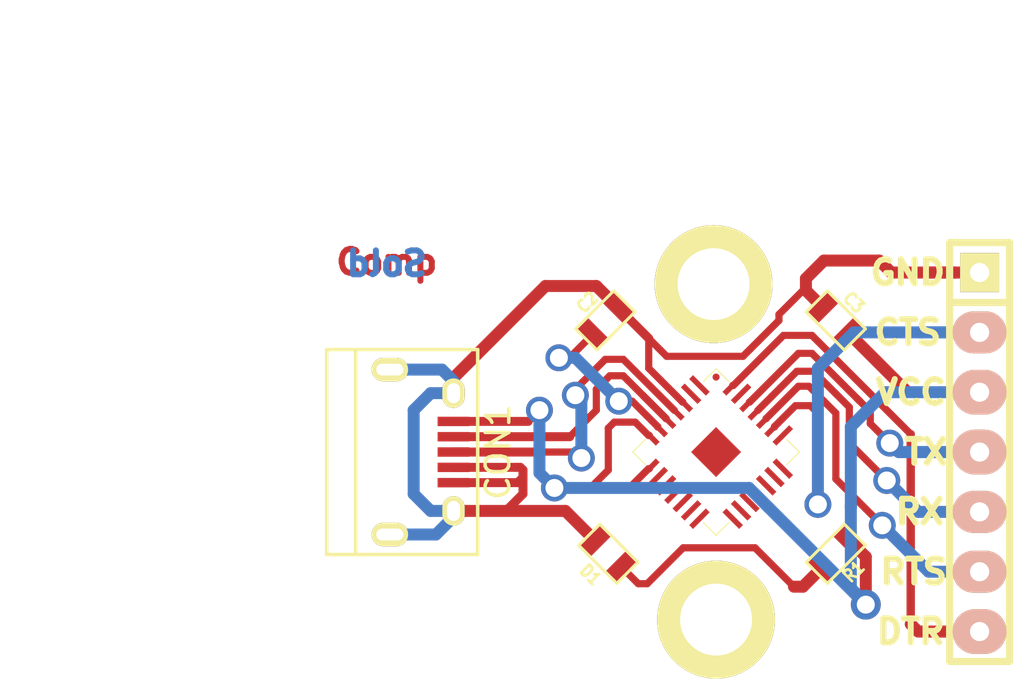
<source format=kicad_pcb>
(kicad_pcb (version 4) (host pcbnew "(2015-01-16 BZR 5376)-product")

  (general
    (links 24)
    (no_connects 0)
    (area 79.596477 60.4 119.053429 82.436)
    (thickness 1.6002)
    (drawings 19)
    (tracks 185)
    (zones 0)
    (modules 9)
    (nets 31)
  )

  (page A4)
  (title_block
    (date "25 may 2015")
    (company ExoploreEmbedded.com)
  )

  (layers
    (0 Front signal)
    (31 Back jumper)
    (32 B.Adhes user)
    (33 F.Adhes user)
    (34 B.Paste user)
    (35 F.Paste user)
    (36 B.SilkS user)
    (37 F.SilkS user)
    (38 B.Mask user)
    (39 F.Mask user)
    (40 Dwgs.User user)
    (41 Cmts.User user)
    (42 Eco1.User user)
    (43 Eco2.User user)
    (44 Edge.Cuts user)
  )

  (setup
    (last_trace_width 0.2032)
    (user_trace_width 0.254)
    (user_trace_width 0.3048)
    (user_trace_width 0.3556)
    (user_trace_width 0.381)
    (user_trace_width 0.4572)
    (user_trace_width 0.508)
    (user_trace_width 0.635)
    (user_trace_width 0.762)
    (user_trace_width 1.016)
    (trace_clearance 0.127)
    (zone_clearance 0.508)
    (zone_45_only no)
    (trace_min 0.2032)
    (segment_width 0.381)
    (edge_width 0.381)
    (via_size 0.889)
    (via_drill 0.635)
    (via_min_size 0.889)
    (via_min_drill 0.508)
    (user_via 1.143 0.762)
    (uvia_size 0.508)
    (uvia_drill 0.127)
    (uvias_allowed no)
    (uvia_min_size 0.508)
    (uvia_min_drill 0.127)
    (pcb_text_width 0.3048)
    (pcb_text_size 1.524 2.032)
    (mod_edge_width 0.381)
    (mod_text_size 1.524 1.524)
    (mod_text_width 0.3048)
    (pad_size 5 5)
    (pad_drill 3.048)
    (pad_to_mask_clearance 0.254)
    (aux_axis_origin 0 0)
    (visible_elements 7FFFFFFF)
    (pcbplotparams
      (layerselection 0x00030_80000001)
      (usegerberextensions true)
      (excludeedgelayer false)
      (linewidth 0.150000)
      (plotframeref false)
      (viasonmask false)
      (mode 1)
      (useauxorigin false)
      (hpglpennumber 1)
      (hpglpenspeed 20)
      (hpglpendiameter 15)
      (hpglpenoverlay 0)
      (psnegative false)
      (psa4output false)
      (plotreference true)
      (plotvalue true)
      (plotinvisibletext false)
      (padsonsilk false)
      (subtractmaskfromsilk false)
      (outputformat 1)
      (mirror false)
      (drillshape 1)
      (scaleselection 1)
      (outputdirectory gerber/))
  )

  (net 0 "")
  (net 1 /CTS)
  (net 2 /D+)
  (net 3 /D-)
  (net 4 /DTR)
  (net 5 /RTS)
  (net 6 /RX)
  (net 7 /TX)
  (net 8 /VCC)
  (net 9 GND)
  (net 10 "Net-(C2-Pad1)")
  (net 11 "Net-(D1-Pad1)")
  (net 12 "Net-(P2-Pad1)")
  (net 13 "Net-(P3-Pad1)")
  (net 14 "Net-(U1-Pad2)")
  (net 15 "Net-(U1-Pad1)")
  (net 16 "Net-(U1-Pad27)")
  (net 17 "Net-(U1-Pad22)")
  (net 18 "Net-(U1-Pad21)")
  (net 19 "Net-(U1-Pad20)")
  (net 20 "Net-(U1-Pad19)")
  (net 21 "Net-(U1-Pad18)")
  (net 22 "Net-(U1-Pad17)")
  (net 23 "Net-(U1-Pad16)")
  (net 24 "Net-(U1-Pad15)")
  (net 25 "Net-(U1-Pad14)")
  (net 26 "Net-(U1-Pad13)")
  (net 27 "Net-(U1-Pad12)")
  (net 28 "Net-(U1-Pad11)")
  (net 29 "Net-(U1-Pad10)")
  (net 30 "Net-(U1-Pad9)")

  (net_class Default "This is the default net class."
    (clearance 0.127)
    (trace_width 0.2032)
    (via_dia 0.889)
    (via_drill 0.635)
    (uvia_dia 0.508)
    (uvia_drill 0.127)
    (add_net /CTS)
    (add_net /D+)
    (add_net /D-)
    (add_net /DTR)
    (add_net /RTS)
    (add_net /RX)
    (add_net /TX)
    (add_net /VCC)
    (add_net GND)
    (add_net "Net-(C2-Pad1)")
    (add_net "Net-(D1-Pad1)")
    (add_net "Net-(P2-Pad1)")
    (add_net "Net-(P3-Pad1)")
    (add_net "Net-(U1-Pad1)")
    (add_net "Net-(U1-Pad10)")
    (add_net "Net-(U1-Pad11)")
    (add_net "Net-(U1-Pad12)")
    (add_net "Net-(U1-Pad13)")
    (add_net "Net-(U1-Pad14)")
    (add_net "Net-(U1-Pad15)")
    (add_net "Net-(U1-Pad16)")
    (add_net "Net-(U1-Pad17)")
    (add_net "Net-(U1-Pad18)")
    (add_net "Net-(U1-Pad19)")
    (add_net "Net-(U1-Pad2)")
    (add_net "Net-(U1-Pad20)")
    (add_net "Net-(U1-Pad21)")
    (add_net "Net-(U1-Pad22)")
    (add_net "Net-(U1-Pad27)")
    (add_net "Net-(U1-Pad9)")
  )

  (module Connect:1pin (layer Front) (tedit 55766245) (tstamp 5562ED8F)
    (at 102.108 78.74)
    (descr "module 1 pin (ou trou mecanique de percage)")
    (tags DEV)
    (path /5562C445)
    (fp_text reference P3 (at 0 -3.048) (layer F.SilkS) hide
      (effects (font (size 1 1) (thickness 0.15)))
    )
    (fp_text value CONN_1 (at 0 2.794) (layer F.SilkS) hide
      (effects (font (size 1 1) (thickness 0.15)))
    )
    (pad 1 thru_hole circle (at 0 0) (size 5 5) (drill 3.048) (layers *.Cu *.Mask F.SilkS)
      (net 13 "Net-(P3-Pad1)"))
  )

  (module Connect:1pin (layer Front) (tedit 5576624A) (tstamp 5562ED8A)
    (at 102 64.5)
    (descr "module 1 pin (ou trou mecanique de percage)")
    (tags DEV)
    (path /5562C438)
    (fp_text reference P2 (at 0 -3.048) (layer F.SilkS) hide
      (effects (font (size 1 1) (thickness 0.15)))
    )
    (fp_text value CONN_1 (at 0 2.794) (layer F.SilkS) hide
      (effects (font (size 1 1) (thickness 0.15)))
    )
    (pad 1 thru_hole circle (at 0 0) (size 5 5) (drill 3.048) (layers *.Cu *.Mask F.SilkS)
      (net 12 "Net-(P2-Pad1)"))
  )

  (module cp2102_xl2 (layer Front) (tedit 557662D1) (tstamp 5192BDF3)
    (at 102.108 71.628 315)
    (path /5191711E)
    (fp_text reference U1 (at -0.24892 -6.49986 315) (layer F.SilkS) hide
      (effects (font (thickness 0.3048)))
    )
    (fp_text value CP2102 (at 0.24892 6.49986 315) (layer F.SilkS) hide
      (effects (font (thickness 0.3048)))
    )
    (fp_line (start -2.49936 -1.75006) (end -2.49936 -2.49936) (layer F.SilkS) (width 0.0508))
    (fp_line (start -2.49936 -2.49936) (end -1.75006 -2.49936) (layer F.SilkS) (width 0.0508))
    (fp_line (start 1.75006 -2.49936) (end 2.49936 -2.49936) (layer F.SilkS) (width 0.0508))
    (fp_line (start 2.49936 -2.49936) (end 2.49936 -1.75006) (layer F.SilkS) (width 0.0508))
    (fp_line (start -1.75006 2.49936) (end -2.49936 2.49936) (layer F.SilkS) (width 0.0508))
    (fp_line (start -2.49936 2.49936) (end -2.49936 1.75006) (layer F.SilkS) (width 0.0508))
    (fp_line (start 1.75006 2.49936) (end 2.49936 2.49936) (layer F.SilkS) (width 0.0508))
    (fp_line (start 2.49936 2.49936) (end 2.49936 1.75006) (layer F.SilkS) (width 0.0508))
    (pad 7 smd rect (at -2.49936 1.50114 315) (size 1.00076 0.23114) (layers Front F.Paste F.Mask)
      (net 8 /VCC))
    (pad 6 smd rect (at -2.49936 1.00076 315) (size 1.00076 0.23114) (layers Front F.Paste F.Mask)
      (net 10 "Net-(C2-Pad1)"))
    (pad 5 smd rect (at -2.49936 0.50038 315) (size 1.00076 0.23114) (layers Front F.Paste F.Mask)
      (net 3 /D-))
    (pad 4 smd rect (at -2.49936 0 315) (size 1.00076 0.23114) (layers Front F.Paste F.Mask)
      (net 2 /D+))
    (pad 3 smd rect (at -2.49936 -0.50038 315) (size 1.00076 0.23114) (layers Front F.Paste F.Mask)
      (net 9 GND))
    (pad 2 smd rect (at -2.49936 -1.00076 315) (size 1.00076 0.23114) (layers Front F.Paste F.Mask)
      (net 14 "Net-(U1-Pad2)"))
    (pad 1 smd rect (at -2.49936 -1.50114 315) (size 1.00076 0.23114) (layers Front F.Paste F.Mask)
      (net 15 "Net-(U1-Pad1)"))
    (pad 28 smd rect (at -1.50114 -2.49936 315) (size 0.23114 1.00076) (layers Front F.Paste F.Mask)
      (net 4 /DTR))
    (pad 27 smd rect (at -1.00076 -2.49936 315) (size 0.23114 1.00076) (layers Front F.Paste F.Mask)
      (net 16 "Net-(U1-Pad27)"))
    (pad 26 smd rect (at -0.50038 -2.49936 315) (size 0.23114 1.00076) (layers Front F.Paste F.Mask)
      (net 7 /TX))
    (pad 25 smd rect (at 0 -2.49936 315) (size 0.23114 1.00076) (layers Front F.Paste F.Mask)
      (net 6 /RX))
    (pad 24 smd rect (at 0.50038 -2.49936 315) (size 0.23114 1.00076) (layers Front F.Paste F.Mask)
      (net 5 /RTS))
    (pad 23 smd rect (at 1.00076 -2.49936 315) (size 0.23114 1.00076) (layers Front F.Paste F.Mask)
      (net 1 /CTS))
    (pad 22 smd rect (at 1.50114 -2.49936 315) (size 0.23114 1.00076) (layers Front F.Paste F.Mask)
      (net 17 "Net-(U1-Pad22)"))
    (pad 21 smd rect (at 2.49936 -1.50114 315) (size 1.00076 0.23114) (layers Front F.Paste F.Mask)
      (net 18 "Net-(U1-Pad21)"))
    (pad 20 smd rect (at 2.49936 -1.00076 315) (size 1.00076 0.23114) (layers Front F.Paste F.Mask)
      (net 19 "Net-(U1-Pad20)"))
    (pad 19 smd rect (at 2.49936 -0.50038 315) (size 1.00076 0.23114) (layers Front F.Paste F.Mask)
      (net 20 "Net-(U1-Pad19)"))
    (pad 18 smd rect (at 2.49936 0 315) (size 1.00076 0.23114) (layers Front F.Paste F.Mask)
      (net 21 "Net-(U1-Pad18)"))
    (pad 17 smd rect (at 2.49936 0.50038 315) (size 1.00076 0.23114) (layers Front F.Paste F.Mask)
      (net 22 "Net-(U1-Pad17)"))
    (pad 16 smd rect (at 2.49936 1.00076 315) (size 1.00076 0.23114) (layers Front F.Paste F.Mask)
      (net 23 "Net-(U1-Pad16)"))
    (pad 15 smd rect (at 2.49936 1.50114 315) (size 1.00076 0.23114) (layers Front F.Paste F.Mask)
      (net 24 "Net-(U1-Pad15)"))
    (pad 14 smd rect (at 1.50114 2.49936 315) (size 0.23114 1.00076) (layers Front F.Paste F.Mask)
      (net 25 "Net-(U1-Pad14)"))
    (pad 13 smd rect (at 1.00076 2.49936 315) (size 0.23114 1.00076) (layers Front F.Paste F.Mask)
      (net 26 "Net-(U1-Pad13)"))
    (pad 12 smd rect (at 0.50038 2.49936 315) (size 0.23114 1.00076) (layers Front F.Paste F.Mask)
      (net 27 "Net-(U1-Pad12)"))
    (pad 11 smd rect (at 0 2.49936 315) (size 0.23114 1.00076) (layers Front F.Paste F.Mask)
      (net 28 "Net-(U1-Pad11)"))
    (pad 10 smd rect (at -0.50038 2.49936 315) (size 0.23114 1.00076) (layers Front F.Paste F.Mask)
      (net 29 "Net-(U1-Pad10)"))
    (pad 9 smd rect (at -1.00076 2.49936 315) (size 0.23114 1.00076) (layers Front F.Paste F.Mask)
      (net 30 "Net-(U1-Pad9)"))
    (pad 8 smd rect (at -1.50114 2.49936 315) (size 0.23114 1.00076) (layers Front F.Paste F.Mask)
      (net 8 /VCC))
    (pad 29 smd rect (at 0 0 315) (size 1.50114 1.50114) (layers Front F.Paste F.Mask))
    (pad "" smd circle (at -2.25044 -2.25044 315) (size 0.29972 0.29972) (layers Front F.Paste F.Mask))
    (model smd/qfn24.wrl
      (at (xyz 0 0 0))
      (scale (xyz 1 1 1))
      (rotate (xyz 0 0 0))
    )
  )

  (module SIL-7 (layer Front) (tedit 540D7AE9) (tstamp 5192BDEF)
    (at 113.284 71.628 270)
    (descr "Connecteur 7 pins")
    (tags "CONN DEV")
    (path /5562ADA9)
    (fp_text reference P1 (at 0 -2.54 270) (layer F.SilkS) hide
      (effects (font (size 1.72974 1.08712) (thickness 0.27178)))
    )
    (fp_text value CONN_7 (at 0 -2.54 270) (layer F.SilkS) hide
      (effects (font (size 1.524 1.016) (thickness 0.254)))
    )
    (fp_line (start -8.89 -1.27) (end -8.89 -1.27) (layer F.SilkS) (width 0.3048))
    (fp_line (start -8.89 -1.27) (end 8.89 -1.27) (layer F.SilkS) (width 0.3048))
    (fp_line (start 8.89 -1.27) (end 8.89 1.27) (layer F.SilkS) (width 0.3048))
    (fp_line (start 8.89 1.27) (end -8.89 1.27) (layer F.SilkS) (width 0.3048))
    (fp_line (start -8.89 1.27) (end -8.89 -1.27) (layer F.SilkS) (width 0.3048))
    (fp_line (start -6.35 1.27) (end -6.35 1.27) (layer F.SilkS) (width 0.3048))
    (fp_line (start -6.35 1.27) (end -6.35 -1.27) (layer F.SilkS) (width 0.3048))
    (pad 1 thru_hole rect (at -7.62 0 270) (size 1.651 1.651) (drill 0.8128) (layers *.Cu *.Mask F.SilkS)
      (net 9 GND))
    (pad 2 thru_hole oval (at -5.08 0 270) (size 1.778 2.286) (drill 0.8128) (layers *.Cu *.SilkS *.Mask)
      (net 1 /CTS))
    (pad 3 thru_hole oval (at -2.54 0 270) (size 1.905 2.286) (drill 0.8128) (layers *.Cu *.SilkS *.Mask)
      (net 8 /VCC))
    (pad 4 thru_hole oval (at 0 0 270) (size 1.905 2.286) (drill 0.8128) (layers *.Cu *.SilkS *.Mask)
      (net 7 /TX))
    (pad 5 thru_hole oval (at 2.54 0 270) (size 1.778 2.286) (drill 0.8128) (layers *.Cu *.SilkS *.Mask)
      (net 6 /RX))
    (pad 6 thru_hole oval (at 5.08 0 270) (size 1.778 2.286) (drill 0.8128) (layers *.Cu *.SilkS *.Mask)
      (net 5 /RTS))
    (pad 7 thru_hole oval (at 7.62 0 270) (size 1.905 2.286) (drill 0.8128) (layers *.Cu *.SilkS *.Mask)
      (net 4 /DTR))
    (model pin_array/pins_array_6x1.wrl
      (at (xyz 0 0 0))
      (scale (xyz 1 1 1))
      (rotate (xyz 0 0 0))
    )
  )

  (module SM0603 (layer Front) (tedit 557662DF) (tstamp 5192BDF5)
    (at 97.409 66.04 45)
    (path /519178E1)
    (attr smd)
    (fp_text reference C2 (at 0 -1.077631 45) (layer F.SilkS)
      (effects (font (size 0.508 0.4572) (thickness 0.1143)))
    )
    (fp_text value 0.1uF (at 0 0 45) (layer F.SilkS) hide
      (effects (font (size 0.508 0.4572) (thickness 0.1143)))
    )
    (fp_line (start -1.143 -0.635) (end 1.143 -0.635) (layer F.SilkS) (width 0.127))
    (fp_line (start 1.143 -0.635) (end 1.143 0.635) (layer F.SilkS) (width 0.127))
    (fp_line (start 1.143 0.635) (end -1.143 0.635) (layer F.SilkS) (width 0.127))
    (fp_line (start -1.143 0.635) (end -1.143 -0.635) (layer F.SilkS) (width 0.127))
    (pad 1 smd rect (at -0.762 0 45) (size 0.635 1.143) (layers Front F.Paste F.Mask)
      (net 10 "Net-(C2-Pad1)"))
    (pad 2 smd rect (at 0.762 0 45) (size 0.635 1.143) (layers Front F.Paste F.Mask)
      (net 9 GND))
    (model smd\resistors\R0603.wrl
      (at (xyz 0 0 0.001))
      (scale (xyz 0.5 0.5 0.5))
      (rotate (xyz 0 0 0))
    )
  )

  (module SM0603 (layer Front) (tedit 557662E5) (tstamp 5192BDF7)
    (at 107.188 66.04 135)
    (path /519178D9)
    (attr smd)
    (fp_text reference C3 (at 0 1.077631 135) (layer F.SilkS)
      (effects (font (size 0.508 0.4572) (thickness 0.1143)))
    )
    (fp_text value 1uF (at 0 0 135) (layer F.SilkS) hide
      (effects (font (size 0.508 0.4572) (thickness 0.1143)))
    )
    (fp_line (start -1.143 -0.635) (end 1.143 -0.635) (layer F.SilkS) (width 0.127))
    (fp_line (start 1.143 -0.635) (end 1.143 0.635) (layer F.SilkS) (width 0.127))
    (fp_line (start 1.143 0.635) (end -1.143 0.635) (layer F.SilkS) (width 0.127))
    (fp_line (start -1.143 0.635) (end -1.143 -0.635) (layer F.SilkS) (width 0.127))
    (pad 1 smd rect (at -0.762 0 135) (size 0.635 1.143) (layers Front F.Paste F.Mask)
      (net 8 /VCC))
    (pad 2 smd rect (at 0.762 0 135) (size 0.635 1.143) (layers Front F.Paste F.Mask)
      (net 9 GND))
    (model smd\resistors\R0603.wrl
      (at (xyz 0 0 0.001))
      (scale (xyz 0.5 0.5 0.5))
      (rotate (xyz 0 0 0))
    )
  )

  (module SM0603 (layer Front) (tedit 557662F2) (tstamp 5192BDF2)
    (at 97.536 75.946 135)
    (path /51917BC5)
    (attr smd)
    (fp_text reference D1 (at -0.089803 -1.167433 135) (layer F.SilkS)
      (effects (font (size 0.508 0.4572) (thickness 0.1143)))
    )
    (fp_text value LED (at 0 0 135) (layer F.SilkS) hide
      (effects (font (size 0.508 0.4572) (thickness 0.1143)))
    )
    (fp_line (start -1.143 -0.635) (end 1.143 -0.635) (layer F.SilkS) (width 0.127))
    (fp_line (start 1.143 -0.635) (end 1.143 0.635) (layer F.SilkS) (width 0.127))
    (fp_line (start 1.143 0.635) (end -1.143 0.635) (layer F.SilkS) (width 0.127))
    (fp_line (start -1.143 0.635) (end -1.143 -0.635) (layer F.SilkS) (width 0.127))
    (pad 1 smd rect (at -0.762 0 135) (size 0.635 1.143) (layers Front F.Paste F.Mask)
      (net 11 "Net-(D1-Pad1)"))
    (pad 2 smd rect (at 0.762 0 135) (size 0.635 1.143) (layers Front F.Paste F.Mask)
      (net 9 GND))
    (model smd\resistors\R0603.wrl
      (at (xyz 0 0 0.001))
      (scale (xyz 0.5 0.5 0.5))
      (rotate (xyz 0 0 0))
    )
  )

  (module SM0603 (layer Front) (tedit 557662ED) (tstamp 5192BDF1)
    (at 107.188 75.946 225)
    (path /51917BB4)
    (attr smd)
    (fp_text reference R1 (at 0 -1.077631 225) (layer F.SilkS)
      (effects (font (size 0.508 0.4572) (thickness 0.1143)))
    )
    (fp_text value 330r (at 0 0 225) (layer F.SilkS) hide
      (effects (font (size 0.508 0.4572) (thickness 0.1143)))
    )
    (fp_line (start -1.143 -0.635) (end 1.143 -0.635) (layer F.SilkS) (width 0.127))
    (fp_line (start 1.143 -0.635) (end 1.143 0.635) (layer F.SilkS) (width 0.127))
    (fp_line (start 1.143 0.635) (end -1.143 0.635) (layer F.SilkS) (width 0.127))
    (fp_line (start -1.143 0.635) (end -1.143 -0.635) (layer F.SilkS) (width 0.127))
    (pad 1 smd rect (at -0.762 0 225) (size 0.635 1.143) (layers Front F.Paste F.Mask)
      (net 8 /VCC))
    (pad 2 smd rect (at 0.762 0 225) (size 0.635 1.143) (layers Front F.Paste F.Mask)
      (net 11 "Net-(D1-Pad1)"))
    (model smd\resistors\R0603.wrl
      (at (xyz 0 0 0.001))
      (scale (xyz 0.5 0.5 0.5))
      (rotate (xyz 0 0 0))
    )
  )

  (module Connect:USB_Micro-B (layer Front) (tedit 5543E447) (tstamp 5562F127)
    (at 89.408 71.628 270)
    (descr "Micro USB Type B Receptacle")
    (tags "USB USB_B USB_micro USB_OTG")
    (path /5562EF82)
    (attr smd)
    (fp_text reference CON1 (at 0 -3.45 270) (layer F.SilkS)
      (effects (font (size 1 1) (thickness 0.15)))
    )
    (fp_text value USB-MINI-B (at 0 4.8 270) (layer F.Fab)
      (effects (font (size 1 1) (thickness 0.15)))
    )
    (fp_line (start -4.6 -2.8) (end 4.6 -2.8) (layer F.CrtYd) (width 0.05))
    (fp_line (start 4.6 -2.8) (end 4.6 4.05) (layer F.CrtYd) (width 0.05))
    (fp_line (start 4.6 4.05) (end -4.6 4.05) (layer F.CrtYd) (width 0.05))
    (fp_line (start -4.6 4.05) (end -4.6 -2.8) (layer F.CrtYd) (width 0.05))
    (fp_line (start -4.3509 3.81746) (end 4.3491 3.81746) (layer F.SilkS) (width 0.15))
    (fp_line (start -4.3509 -2.58754) (end 4.3491 -2.58754) (layer F.SilkS) (width 0.15))
    (fp_line (start 4.3491 -2.58754) (end 4.3491 3.81746) (layer F.SilkS) (width 0.15))
    (fp_line (start 4.3491 2.58746) (end -4.3509 2.58746) (layer F.SilkS) (width 0.15))
    (fp_line (start -4.3509 3.81746) (end -4.3509 -2.58754) (layer F.SilkS) (width 0.15))
    (pad 1 smd rect (at -1.3009 -1.56254) (size 1.35 0.4) (layers Front F.Paste F.Mask)
      (net 8 /VCC))
    (pad 2 smd rect (at -0.6509 -1.56254) (size 1.35 0.4) (layers Front F.Paste F.Mask)
      (net 3 /D-))
    (pad 3 smd rect (at -0.0009 -1.56254) (size 1.35 0.4) (layers Front F.Paste F.Mask)
      (net 2 /D+))
    (pad 4 smd rect (at 0.6491 -1.56254) (size 1.35 0.4) (layers Front F.Paste F.Mask)
      (net 9 GND))
    (pad 5 smd rect (at 1.2991 -1.56254) (size 1.35 0.4) (layers Front F.Paste F.Mask)
      (net 9 GND))
    (pad 6 thru_hole oval (at -2.5009 -1.56254) (size 0.95 1.25) (drill oval 0.55 0.85) (layers *.Cu *.Mask F.SilkS)
      (net 9 GND))
    (pad 6 thru_hole oval (at 2.4991 -1.56254) (size 0.95 1.25) (drill oval 0.55 0.85) (layers *.Cu *.Mask F.SilkS)
      (net 9 GND))
    (pad 6 thru_hole oval (at -3.5009 1.13746) (size 1.55 1) (drill oval 1.15 0.5) (layers *.Cu *.Mask F.SilkS)
      (net 9 GND))
    (pad 6 thru_hole oval (at 3.4991 1.13746) (size 1.55 1) (drill oval 1.15 0.5) (layers *.Cu *.Mask F.SilkS)
      (net 9 GND))
  )

  (dimension 20 (width 0.3048) (layer Eco2.User)
    (gr_text "20.000 mm" (at 78.3744 71.5 270) (layer Eco2.User)
      (effects (font (size 2.032 1.524) (thickness 0.3048)))
    )
    (feature1 (pts (xy 84 81.5) (xy 76.7488 81.5)))
    (feature2 (pts (xy 84 61.5) (xy 76.7488 61.5)))
    (crossbar (pts (xy 80 61.5) (xy 80 81.5)))
    (arrow1a (pts (xy 80 81.5) (xy 79.413579 80.373496)))
    (arrow1b (pts (xy 80 81.5) (xy 80.586421 80.373496)))
    (arrow2a (pts (xy 80 61.5) (xy 79.413579 62.626504)))
    (arrow2b (pts (xy 80 61.5) (xy 80.586421 62.626504)))
  )
  (dimension 30 (width 0.3048) (layer Eco2.User)
    (gr_text "30.000 mm" (at 100 54.8744) (layer Eco2.User)
      (effects (font (size 2.032 1.524) (thickness 0.3048)))
    )
    (feature1 (pts (xy 115 61) (xy 115 53.2488)))
    (feature2 (pts (xy 85 61) (xy 85 53.2488)))
    (crossbar (pts (xy 85 56.5) (xy 115 56.5)))
    (arrow1a (pts (xy 115 56.5) (xy 113.873496 57.086421)))
    (arrow1b (pts (xy 115 56.5) (xy 113.873496 55.913579)))
    (arrow2a (pts (xy 85 56.5) (xy 86.126504 57.086421)))
    (arrow2b (pts (xy 85 56.5) (xy 86.126504 55.913579)))
  )
  (gr_text DTR (at 110.363 79.248) (layer F.SilkS)
    (effects (font (size 1.016 1.016) (thickness 0.254)))
  )
  (gr_text RTS (at 110.49 76.708) (layer F.SilkS)
    (effects (font (size 1.016 1.016) (thickness 0.254)))
  )
  (gr_text RX (at 110.744 74.168) (layer F.SilkS)
    (effects (font (size 1.016 1.016) (thickness 0.254)))
  )
  (gr_text TX (at 110.998 71.628) (layer F.SilkS)
    (effects (font (size 1.016 1.016) (thickness 0.254)))
  )
  (gr_text VCC (at 110.363 69.088) (layer F.SilkS)
    (effects (font (size 1.016 1.016) (thickness 0.254)))
  )
  (gr_text CTS (at 110.236 66.548) (layer F.SilkS)
    (effects (font (size 1.016 1.016) (thickness 0.254)))
  )
  (gr_text GND (at 110.236 64.008) (layer F.SilkS)
    (effects (font (size 1.016 1.016) (thickness 0.254)))
  )
  (gr_line (start 85 81.5) (end 87.5 81.5) (angle 90) (layer Eco2.User) (width 0.381))
  (gr_line (start 85 81.5) (end 85 79) (angle 90) (layer Eco2.User) (width 0.381))
  (gr_line (start 115 81.5) (end 112.5 81.5) (angle 90) (layer Eco2.User) (width 0.381))
  (gr_line (start 115 81.5) (end 115 79) (angle 90) (layer Eco2.User) (width 0.381))
  (gr_line (start 115 61.5) (end 115 64) (angle 90) (layer Eco2.User) (width 0.381))
  (gr_line (start 115 61.5) (end 112.5 61.5) (angle 90) (layer Eco2.User) (width 0.381))
  (gr_line (start 85 61.5) (end 85 64) (angle 90) (layer Eco2.User) (width 0.381))
  (gr_line (start 85 61.5) (end 87.5 61.5) (angle 90) (layer Eco2.User) (width 0.381))
  (gr_text Sold (at 88.138 63.627) (layer Back)
    (effects (font (size 1.016 1.016) (thickness 0.254)) (justify mirror))
  )
  (gr_text Comp (at 88.138 63.5635) (layer Front)
    (effects (font (size 1.016 1.016) (thickness 0.254)))
  )

  (segment (start 104.582959 70.56833) (end 104.582959 70.550041) (width 0.3048) (layer Front) (net 1))
  (segment (start 106.426 69.977) (end 106.426 73.8505) (width 0.3048) (layer Front) (net 1) (tstamp 5562F636))
  (segment (start 106.1085 69.6595) (end 106.426 69.977) (width 0.3048) (layer Front) (net 1) (tstamp 5562F635))
  (segment (start 105.4735 69.6595) (end 106.1085 69.6595) (width 0.3048) (layer Front) (net 1) (tstamp 5562F631))
  (segment (start 104.582959 70.550041) (end 105.4735 69.6595) (width 0.3048) (layer Front) (net 1) (tstamp 5562F62F))
  (via (at 106.426 73.8505) (size 1.143) (drill 0.762) (layers Front Back) (net 1))
  (segment (start 107.95 66.548) (end 106.426 68.072) (width 0.508) (layer Back) (net 1) (tstamp 55631781))
  (segment (start 106.426 68.072) (end 106.426 73.8505) (width 0.508) (layer Back) (net 1) (tstamp 55631782))
  (segment (start 110.744 66.548) (end 107.95 66.548) (width 0.508) (layer Back) (net 1) (tstamp 556464E6))
  (segment (start 112.268 66.548) (end 110.744 66.548) (width 0.508) (layer Back) (net 1))
  (segment (start 113.284 66.548) (end 110.744 66.548) (width 0.508) (layer Back) (net 1))
  (segment (start 94.488 71.6271) (end 90.97054 71.6271) (width 0.381) (layer Front) (net 2) (tstamp 5562F4A6))
  (segment (start 94.615 71.628) (end 94.6141 71.6271) (width 0.3048) (layer Front) (net 2) (tstamp 5562F391))
  (segment (start 94.6141 71.6271) (end 94.488 71.6271) (width 0.3048) (layer Front) (net 2) (tstamp 5562F392))
  (segment (start 96.393 71.882) (end 96.1381 71.6271) (width 0.3048) (layer Front) (net 2) (tstamp 5562F4A2))
  (via (at 96.393 71.882) (size 1.143) (drill 0.762) (layers Front Back) (net 2))
  (segment (start 96.393 69.469) (end 96.393 71.882) (width 0.508) (layer Back) (net 2) (tstamp 5562F49A))
  (segment (start 96.139 69.215) (end 96.393 69.469) (width 0.508) (layer Back) (net 2) (tstamp 5562F499))
  (via (at 96.139 69.215) (size 1.143) (drill 0.762) (layers Front Back) (net 2))
  (segment (start 96.1381 71.6271) (end 94.6159 71.6271) (width 0.3048) (layer Front) (net 2) (tstamp 5562F4A3))
  (segment (start 98.679 68.199) (end 98.171 67.691) (width 0.3048) (layer Front) (net 2) (tstamp 5562F582))
  (segment (start 98.171 67.691) (end 97.409 67.691) (width 0.3048) (layer Front) (net 2) (tstamp 5562F584))
  (segment (start 97.409 67.691) (end 96.139 68.961) (width 0.3048) (layer Front) (net 2) (tstamp 5562F586))
  (segment (start 96.139 68.961) (end 96.139 69.215) (width 0.3048) (layer Front) (net 2) (tstamp 5562F58A))
  (segment (start 100.340686 69.860686) (end 98.679 68.199) (width 0.3048) (layer Front) (net 2))
  (segment (start 95.9009 70.9771) (end 97.028 69.85) (width 0.3048) (layer Front) (net 3) (tstamp 5562F48B))
  (segment (start 90.97054 70.9771) (end 95.9009 70.9771) (width 0.381) (layer Front) (net 3))
  (segment (start 99.986864 70.205364) (end 98.9965 69.215) (width 0.3048) (layer Front) (net 3) (tstamp 5562F56C))
  (segment (start 98.171 68.3895) (end 97.5995 68.3895) (width 0.3048) (layer Front) (net 3) (tstamp 5562F58F))
  (segment (start 97.5995 68.3895) (end 97.028 68.961) (width 0.3048) (layer Front) (net 3) (tstamp 5562F590))
  (segment (start 97.028 68.961) (end 97.028 69.85) (width 0.3048) (layer Front) (net 3) (tstamp 5562F592))
  (segment (start 99.986864 70.205364) (end 98.171 68.3895) (width 0.3048) (layer Front) (net 3) (tstamp 5562F58D))
  (segment (start 99.986864 70.214508) (end 99.986864 70.205364) (width 0.3048) (layer Front) (net 3))
  (segment (start 102.813848 68.799219) (end 102.841281 68.799219) (width 0.3048) (layer Front) (net 4))
  (segment (start 110.998 79.248) (end 112.268 79.248) (width 0.508) (layer Front) (net 4) (tstamp 556464F8))
  (segment (start 110.6805 79.248) (end 110.998 79.248) (width 0.508) (layer Front) (net 4) (tstamp 5562D7C9))
  (segment (start 110.363 78.9305) (end 110.6805 79.248) (width 0.508) (layer Front) (net 4) (tstamp 5562D7C7))
  (segment (start 110.363 70.866) (end 110.363 78.9305) (width 0.3556) (layer Front) (net 4) (tstamp 5562D7C3))
  (segment (start 106.172 66.675) (end 110.363 70.866) (width 0.3048) (layer Front) (net 4) (tstamp 5562D7C2))
  (segment (start 104.9655 66.675) (end 106.172 66.675) (width 0.3048) (layer Front) (net 4) (tstamp 5562D7C0))
  (segment (start 102.841281 68.799219) (end 104.9655 66.675) (width 0.3048) (layer Front) (net 4) (tstamp 5562D7BC))
  (segment (start 113.284 79.248) (end 110.998 79.248) (width 0.508) (layer Front) (net 4))
  (segment (start 104.229136 70.214508) (end 104.229136 70.205364) (width 0.3048) (layer Front) (net 5))
  (segment (start 107.188 69.977) (end 107.188 72.771) (width 0.3048) (layer Front) (net 5) (tstamp 5562F61C))
  (segment (start 107.188 72.771) (end 109.1565 74.7395) (width 0.3048) (layer Front) (net 5) (tstamp 5562F61E))
  (via (at 109.1565 74.7395) (size 1.143) (drill 0.762) (layers Front Back) (net 5))
  (segment (start 109.1565 74.7395) (end 111.125 76.708) (width 0.3048) (layer Back) (net 5) (tstamp 5562F626))
  (segment (start 104.229136 70.205364) (end 105.6005 68.834) (width 0.3048) (layer Front) (net 5) (tstamp 5562DAEC))
  (segment (start 105.6005 68.834) (end 106.045 68.834) (width 0.3048) (layer Front) (net 5) (tstamp 5562DAEE))
  (segment (start 106.045 68.834) (end 106.68 69.469) (width 0.3048) (layer Front) (net 5) (tstamp 5562DAF1))
  (segment (start 106.68 69.469) (end 107.188 69.977) (width 0.3048) (layer Front) (net 5))
  (segment (start 111.125 76.708) (end 109.1565 74.7395) (width 0.381) (layer Back) (net 5) (tstamp 5563181E))
  (segment (start 112.268 76.708) (end 111.125 76.708) (width 0.381) (layer Back) (net 5))
  (segment (start 111.125 76.708) (end 109.1565 74.7395) (width 0.508) (layer Back) (net 5) (tstamp 556464F3))
  (segment (start 113.284 76.708) (end 111.125 76.708) (width 0.508) (layer Back) (net 5))
  (segment (start 107.7595 69.723) (end 107.7595 71.247) (width 0.3048) (layer Front) (net 6) (tstamp 5562F607))
  (segment (start 107.7595 71.247) (end 109.347 72.8345) (width 0.3048) (layer Front) (net 6) (tstamp 5562F609))
  (via (at 109.347 72.8345) (size 1.143) (drill 0.762) (layers Front Back) (net 6))
  (segment (start 109.347 72.8345) (end 110.6805 74.168) (width 0.3048) (layer Back) (net 6) (tstamp 5562F612))
  (segment (start 104.4575 69.2785) (end 105.537 68.199) (width 0.3048) (layer Front) (net 6) (tstamp 5562DAD4))
  (segment (start 105.537 68.199) (end 106.2355 68.199) (width 0.3048) (layer Front) (net 6) (tstamp 5562DAD6))
  (segment (start 106.2355 68.199) (end 107.188 69.1515) (width 0.3048) (layer Front) (net 6) (tstamp 5562DAD9))
  (segment (start 103.875314 69.860686) (end 104.4575 69.2785) (width 0.3048) (layer Front) (net 6))
  (segment (start 107.188 69.1515) (end 107.7595 69.723) (width 0.3048) (layer Front) (net 6))
  (segment (start 110.6805 74.168) (end 109.347 72.8345) (width 0.381) (layer Back) (net 6) (tstamp 5563181A))
  (segment (start 112.268 74.168) (end 110.6805 74.168) (width 0.381) (layer Back) (net 6))
  (segment (start 110.6805 74.168) (end 109.347 72.8345) (width 0.508) (layer Back) (net 6) (tstamp 556464F0))
  (segment (start 113.284 74.168) (end 110.6805 74.168) (width 0.508) (layer Back) (net 6))
  (segment (start 103.521492 69.506864) (end 103.530636 69.506864) (width 0.3048) (layer Front) (net 7))
  (segment (start 108.077 69.342) (end 108.204 69.469) (width 0.3048) (layer Front) (net 7) (tstamp 5562F5E4))
  (segment (start 106.172 67.437) (end 108.077 69.342) (width 0.3048) (layer Front) (net 7) (tstamp 5562DAC0))
  (segment (start 105.6005 67.437) (end 106.172 67.437) (width 0.3048) (layer Front) (net 7) (tstamp 5562DABF))
  (segment (start 103.530636 69.506864) (end 105.6005 67.437) (width 0.3048) (layer Front) (net 7) (tstamp 5562DABC))
  (segment (start 108.6485 69.9135) (end 108.6485 70.4215) (width 0.3048) (layer Front) (net 7) (tstamp 5562F5E6))
  (segment (start 108.6485 70.4215) (end 109.474 71.247) (width 0.3048) (layer Front) (net 7) (tstamp 5562F5E7))
  (via (at 109.474 71.247) (size 1.143) (drill 0.762) (layers Front Back) (net 7))
  (segment (start 109.474 71.247) (end 109.855 71.628) (width 0.3048) (layer Back) (net 7) (tstamp 5562F5ED))
  (segment (start 109.855 71.628) (end 112.268 71.628) (width 0.508) (layer Back) (net 7) (tstamp 5562F5EE))
  (segment (start 108.077 69.342) (end 108.6485 69.9135) (width 0.3048) (layer Front) (net 7))
  (segment (start 109.855 71.628) (end 109.474 71.247) (width 0.508) (layer Back) (net 7) (tstamp 556464ED))
  (segment (start 113.284 71.628) (end 109.855 71.628) (width 0.508) (layer Back) (net 7))
  (segment (start 107.726815 75.407185) (end 107.792185 75.407185) (width 0.3048) (layer Front) (net 8))
  (segment (start 107.792185 75.407185) (end 108.458 76.073) (width 0.508) (layer Front) (net 8) (tstamp 5562E8C7))
  (segment (start 108.458 76.073) (end 108.458 78.105) (width 0.508) (layer Front) (net 8) (tstamp 5562E8CA))
  (via (at 108.458 78.105) (size 1.27) (drill 0.762) (layers Front Back) (net 8))
  (segment (start 108.458 78.105) (end 104.3305 73.9775) (width 0.508) (layer Back) (net 8) (tstamp 5562E8CE))
  (segment (start 112.268 69.088) (end 110.236 69.088) (width 0.508) (layer Front) (net 8))
  (segment (start 110.236 69.088) (end 107.726815 66.578815) (width 0.508) (layer Front) (net 8) (tstamp 5562E774))
  (segment (start 99.279219 72.333848) (end 99.243152 72.333848) (width 0.3048) (layer Front) (net 8))
  (segment (start 94.615 72.517) (end 94.615 69.85) (width 0.508) (layer Back) (net 8) (tstamp 5562F4CA))
  (via (at 94.615 69.85) (size 1.143) (drill 0.762) (layers Front Back) (net 8))
  (segment (start 94.615 69.85) (end 94.1379 70.3271) (width 0.3048) (layer Front) (net 8) (tstamp 5562F4CD))
  (segment (start 94.1379 70.3271) (end 90.97054 70.3271) (width 0.381) (layer Front) (net 8) (tstamp 5562F4CE))
  (segment (start 95.25 73.152) (end 94.615 72.517) (width 0.508) (layer Back) (net 8) (tstamp 5562F4C9))
  (via (at 95.25 73.152) (size 1.143) (drill 0.762) (layers Front Back) (net 8))
  (segment (start 96.139 73.152) (end 95.25 73.152) (width 0.3048) (layer Front) (net 8) (tstamp 5562F4D9))
  (segment (start 96.774 73.152) (end 96.139 73.152) (width 0.3048) (layer Front) (net 8) (tstamp 5562F4C2))
  (segment (start 97.536 72.39) (end 96.774 73.152) (width 0.3048) (layer Front) (net 8) (tstamp 5562F4C0))
  (segment (start 97.536 70.612) (end 97.536 72.39) (width 0.3048) (layer Front) (net 8) (tstamp 5562F4BF))
  (segment (start 97.79 70.358) (end 97.536 70.612) (width 0.3048) (layer Front) (net 8) (tstamp 5562F4BE))
  (segment (start 98.679 70.358) (end 97.79 70.358) (width 0.3048) (layer Front) (net 8) (tstamp 5562F4BB))
  (segment (start 99.243152 70.922152) (end 98.679 70.358) (width 0.3048) (layer Front) (net 8) (tstamp 5562F4B8))
  (segment (start 99.279219 70.922152) (end 99.243152 70.922152) (width 0.3048) (layer Front) (net 8))
  (segment (start 98.425 73.152) (end 99.243152 72.333848) (width 0.3048) (layer Front) (net 8) (tstamp 5562F30D))
  (segment (start 98.425 73.152) (end 97.917 73.152) (width 0.3048) (layer Front) (net 8) (tstamp 5562F310))
  (segment (start 96.139 73.152) (end 97.917 73.152) (width 0.3048) (layer Front) (net 8))
  (segment (start 97.155 73.152) (end 95.25 73.152) (width 0.3048) (layer Back) (net 8) (tstamp 5562F54D))
  (segment (start 107.823 76.708) (end 107.823 73.8505) (width 0.3048) (layer Back) (net 8) (tstamp 5562F65E))
  (segment (start 103.505 73.152) (end 104.3305 73.9775) (width 0.508) (layer Back) (net 8) (tstamp 5562F710))
  (segment (start 95.25 73.152) (end 103.505 73.152) (width 0.508) (layer Back) (net 8))
  (segment (start 108.458 78.0415) (end 107.823 77.4065) (width 0.508) (layer Back) (net 8) (tstamp 55631769))
  (segment (start 107.823 73.9775) (end 107.823 73.8505) (width 0.508) (layer Back) (net 8) (tstamp 55631779))
  (segment (start 107.823 77.4065) (end 107.823 73.9775) (width 0.508) (layer Back) (net 8) (tstamp 5563176F))
  (segment (start 108.458 78.105) (end 108.458 78.0415) (width 0.508) (layer Back) (net 8))
  (segment (start 110.998 69.088) (end 112.268 69.088) (width 0.508) (layer Back) (net 8) (tstamp 556464EB))
  (segment (start 109.2835 69.088) (end 110.998 69.088) (width 0.508) (layer Back) (net 8) (tstamp 5563177C))
  (segment (start 107.823 70.5485) (end 109.2835 69.088) (width 0.508) (layer Back) (net 8) (tstamp 5563177B))
  (segment (start 107.823 73.9775) (end 107.823 70.5485) (width 0.508) (layer Back) (net 8))
  (segment (start 113.284 69.088) (end 110.236 69.088) (width 0.508) (layer Front) (net 8))
  (segment (start 113.284 69.088) (end 110.998 69.088) (width 0.508) (layer Back) (net 8))
  (segment (start 106.649185 65.501185) (end 105.918 64.77) (width 0.508) (layer Front) (net 9))
  (segment (start 105.918 64.77) (end 105.791 64.77) (width 0.3048) (layer Front) (net 9) (tstamp 5562E828))
  (segment (start 100.01063 67.564) (end 97.947815 65.501185) (width 0.3048) (layer Front) (net 9) (tstamp 5562E832))
  (segment (start 100.694508 69.506864) (end 100.685364 69.506864) (width 0.3048) (layer Front) (net 9))
  (segment (start 100.685364 69.506864) (end 99.2505 68.072) (width 0.3048) (layer Front) (net 9) (tstamp 5562E78A))
  (segment (start 99.2505 68.072) (end 99.2505 66.80387) (width 0.3048) (layer Front) (net 9) (tstamp 5562E78D))
  (segment (start 110.998 64.008) (end 112.268 64.008) (width 0.508) (layer Front) (net 9) (tstamp 556464D7))
  (segment (start 109.5375 64.008) (end 110.998 64.008) (width 0.508) (layer Front) (net 9) (tstamp 5562E783))
  (segment (start 109.0295 63.5) (end 109.5375 64.008) (width 0.508) (layer Front) (net 9) (tstamp 5562E782))
  (segment (start 106.68 63.5) (end 109.0295 63.5) (width 0.508) (layer Front) (net 9) (tstamp 5562E781))
  (segment (start 105.918 64.262) (end 106.68 63.5) (width 0.508) (layer Front) (net 9) (tstamp 5562E780))
  (segment (start 105.918 64.77) (end 105.918 64.262) (width 0.508) (layer Front) (net 9) (tstamp 5562E77D))
  (segment (start 90.2269 75.1271) (end 88.27054 75.1271) (width 0.508) (layer Back) (net 9) (tstamp 5562F4F6))
  (segment (start 90.97054 74.38346) (end 90.2269 75.1271) (width 0.508) (layer Back) (net 9) (tstamp 5562F4F4))
  (segment (start 90.97054 74.1271) (end 90.97054 74.38346) (width 0.3048) (layer Back) (net 9))
  (segment (start 90.4791 68.1271) (end 88.27054 68.1271) (width 0.508) (layer Back) (net 9) (tstamp 5562F4FA))
  (segment (start 90.97054 68.61854) (end 90.4791 68.1271) (width 0.508) (layer Back) (net 9) (tstamp 5562F4F9))
  (segment (start 90.97054 69.1271) (end 90.97054 68.61854) (width 0.3048) (layer Back) (net 9))
  (segment (start 93.4429 72.9271) (end 90.97054 72.9271) (width 0.381) (layer Front) (net 9))
  (segment (start 90.0039 69.1271) (end 89.281 69.85) (width 0.508) (layer Back) (net 9) (tstamp 5562F52C))
  (segment (start 89.281 69.85) (end 89.281 73.406) (width 0.508) (layer Back) (net 9) (tstamp 5562F52D))
  (segment (start 89.281 73.406) (end 90.0021 74.1271) (width 0.508) (layer Back) (net 9) (tstamp 5562F52E))
  (segment (start 90.0021 74.1271) (end 90.97054 74.1271) (width 0.508) (layer Back) (net 9) (tstamp 5562F52F))
  (segment (start 90.97054 69.1271) (end 90.0039 69.1271) (width 0.508) (layer Back) (net 9))
  (segment (start 90.97054 74.1271) (end 93.1319 74.1271) (width 0.3048) (layer Front) (net 9))
  (segment (start 95.7171 74.1271) (end 96.997185 75.407185) (width 0.508) (layer Front) (net 9) (tstamp 5562F53A))
  (segment (start 90.97054 74.1271) (end 95.7171 74.1271) (width 0.508) (layer Front) (net 9))
  (segment (start 97.028 64.5795) (end 94.869 64.5795) (width 0.508) (layer Front) (net 9) (tstamp 5562F5C9))
  (segment (start 94.869 64.5795) (end 90.97054 68.47796) (width 0.508) (layer Front) (net 9) (tstamp 5562F5CA))
  (segment (start 90.97054 68.47796) (end 90.97054 69.1271) (width 0.3048) (layer Front) (net 9) (tstamp 5562F5CC))
  (segment (start 97.947815 65.499315) (end 97.028 64.5795) (width 0.508) (layer Front) (net 9) (tstamp 5562F5C6))
  (segment (start 97.947815 65.501185) (end 97.947815 65.499315) (width 0.3048) (layer Front) (net 9))
  (segment (start 93.8036 72.2771) (end 93.6131 72.2771) (width 0.381) (layer Front) (net 9) (tstamp 556317EF))
  (segment (start 93.9165 72.39) (end 93.8036 72.2771) (width 0.381) (layer Front) (net 9) (tstamp 556317EE))
  (segment (start 93.6131 72.2771) (end 90.97054 72.2771) (width 0.381) (layer Front) (net 9))
  (segment (start 93.9165 72.7075) (end 93.9165 72.39) (width 0.381) (layer Front) (net 9) (tstamp 556317EC))
  (segment (start 93.6969 72.9271) (end 93.9165 72.7075) (width 0.381) (layer Front) (net 9) (tstamp 556317EA))
  (segment (start 90.97054 72.9271) (end 93.6969 72.9271) (width 0.381) (layer Front) (net 9))
  (segment (start 93.1954 74.1271) (end 93.9165 73.406) (width 0.381) (layer Front) (net 9) (tstamp 556317F6))
  (segment (start 93.9165 73.406) (end 93.9165 72.39) (width 0.381) (layer Front) (net 9) (tstamp 556317F7))
  (segment (start 90.97054 74.1271) (end 93.1954 74.1271) (width 0.381) (layer Front) (net 9))
  (segment (start 97.947815 65.501185) (end 99.2505 66.80387) (width 0.381) (layer Front) (net 9))
  (segment (start 105.791 64.77) (end 104.775 65.786) (width 0.3048) (layer Front) (net 9) (tstamp 5562E829))
  (segment (start 104.775 65.786) (end 104.775 66.04) (width 0.3048) (layer Front) (net 9) (tstamp 5562E82A))
  (segment (start 104.775 66.04) (end 103.251 67.564) (width 0.3048) (layer Front) (net 9) (tstamp 5562E82D))
  (segment (start 103.251 67.564) (end 100.01063 67.564) (width 0.3048) (layer Front) (net 9) (tstamp 5562E82F))
  (segment (start 113.284 64.008) (end 110.998 64.008) (width 0.508) (layer Front) (net 9))
  (segment (start 98.552 69.469) (end 97.9805 69.469) (width 0.3048) (layer Front) (net 10) (tstamp 5562F59E))
  (via (at 97.9805 69.469) (size 1.143) (drill 0.762) (layers Front Back) (net 10))
  (segment (start 97.9805 69.469) (end 96.139 67.6275) (width 0.508) (layer Back) (net 10) (tstamp 5562F5A3))
  (segment (start 96.139 67.6275) (end 95.4405 67.6275) (width 0.508) (layer Back) (net 10) (tstamp 5562F5A4))
  (via (at 95.4405 67.6275) (size 1.143) (drill 0.762) (layers Front Back) (net 10))
  (segment (start 99.633041 70.550041) (end 98.552 69.469) (width 0.3048) (layer Front) (net 10) (tstamp 5562F59B))
  (segment (start 99.633041 70.56833) (end 99.633041 70.550041) (width 0.3048) (layer Front) (net 10))
  (segment (start 96.870185 66.578815) (end 96.489185 66.578815) (width 0.3048) (layer Front) (net 10))
  (segment (start 95.885 67.6275) (end 95.4405 67.6275) (width 0.3048) (layer Front) (net 10) (tstamp 5562F5B4))
  (segment (start 96.870185 66.642315) (end 95.885 67.6275) (width 0.3048) (layer Front) (net 10) (tstamp 5562F5B3))
  (segment (start 96.870185 66.578815) (end 96.870185 66.642315) (width 0.3048) (layer Front) (net 10))
  (segment (start 98.074815 76.484815) (end 98.806 77.216) (width 0.3048) (layer Front) (net 11))
  (segment (start 105.791 77.343) (end 106.649185 76.484815) (width 0.508) (layer Front) (net 11) (tstamp 5562E757))
  (segment (start 105.41 77.343) (end 105.791 77.343) (width 0.508) (layer Front) (net 11) (tstamp 5562E756))
  (segment (start 103.759 75.692) (end 105.41 77.343) (width 0.3048) (layer Front) (net 11) (tstamp 5562E752))
  (segment (start 100.711 75.692) (end 103.759 75.692) (width 0.3048) (layer Front) (net 11) (tstamp 5562E74E))
  (segment (start 99.187 77.216) (end 100.711 75.692) (width 0.3048) (layer Front) (net 11) (tstamp 5562E74D))
  (segment (start 98.806 77.216) (end 99.187 77.216) (width 0.3048) (layer Front) (net 11) (tstamp 5562E748))

)

</source>
